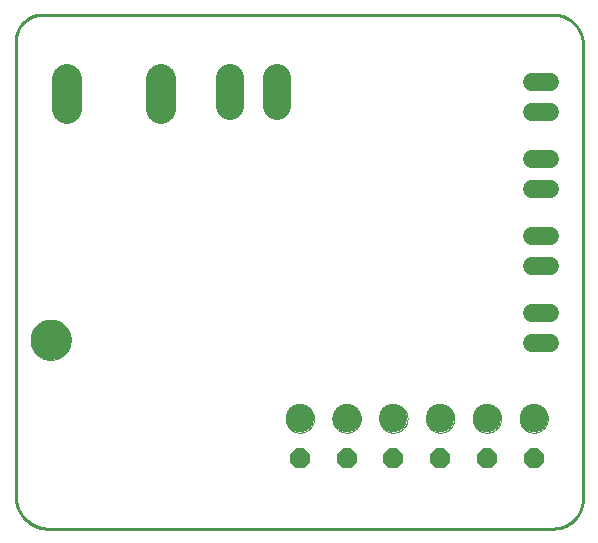
<source format=gbs>
G75*
%MOIN*%
%OFA0B0*%
%FSLAX25Y25*%
%IPPOS*%
%LPD*%
%AMOC8*
5,1,8,0,0,1.08239X$1,22.5*
%
%ADD10C,0.01000*%
%ADD11C,0.00000*%
%ADD12C,0.13386*%
%ADD13OC8,0.06600*%
%ADD14C,0.09449*%
%ADD15C,0.06000*%
%ADD16C,0.10000*%
%ADD17C,0.09449*%
D10*
X0023254Y0014828D02*
X0192545Y0014828D01*
X0192783Y0014831D01*
X0193021Y0014839D01*
X0193258Y0014854D01*
X0193495Y0014874D01*
X0193731Y0014900D01*
X0193967Y0014931D01*
X0194202Y0014968D01*
X0194436Y0015011D01*
X0194669Y0015060D01*
X0194901Y0015114D01*
X0195131Y0015174D01*
X0195360Y0015239D01*
X0195587Y0015310D01*
X0195812Y0015386D01*
X0196035Y0015468D01*
X0196257Y0015555D01*
X0196476Y0015647D01*
X0196693Y0015745D01*
X0196907Y0015847D01*
X0197119Y0015955D01*
X0197329Y0016069D01*
X0197535Y0016187D01*
X0197739Y0016310D01*
X0197939Y0016438D01*
X0198136Y0016570D01*
X0198331Y0016708D01*
X0198521Y0016850D01*
X0198709Y0016997D01*
X0198892Y0017148D01*
X0199072Y0017303D01*
X0199248Y0017463D01*
X0199420Y0017627D01*
X0199589Y0017796D01*
X0199753Y0017968D01*
X0199913Y0018144D01*
X0200068Y0018324D01*
X0200219Y0018507D01*
X0200366Y0018695D01*
X0200508Y0018885D01*
X0200646Y0019080D01*
X0200778Y0019277D01*
X0200906Y0019477D01*
X0201029Y0019681D01*
X0201147Y0019887D01*
X0201261Y0020097D01*
X0201369Y0020309D01*
X0201471Y0020523D01*
X0201569Y0020740D01*
X0201661Y0020959D01*
X0201748Y0021181D01*
X0201830Y0021404D01*
X0201906Y0021629D01*
X0201977Y0021856D01*
X0202042Y0022085D01*
X0202102Y0022315D01*
X0202156Y0022547D01*
X0202205Y0022780D01*
X0202248Y0023014D01*
X0202285Y0023249D01*
X0202316Y0023485D01*
X0202342Y0023721D01*
X0202362Y0023958D01*
X0202377Y0024195D01*
X0202385Y0024433D01*
X0202388Y0024671D01*
X0202387Y0024671D02*
X0202387Y0176246D01*
X0202388Y0176246D02*
X0202385Y0176484D01*
X0202377Y0176722D01*
X0202362Y0176959D01*
X0202342Y0177196D01*
X0202316Y0177432D01*
X0202285Y0177668D01*
X0202248Y0177903D01*
X0202205Y0178137D01*
X0202156Y0178370D01*
X0202102Y0178602D01*
X0202042Y0178832D01*
X0201977Y0179061D01*
X0201906Y0179288D01*
X0201830Y0179513D01*
X0201748Y0179736D01*
X0201661Y0179958D01*
X0201569Y0180177D01*
X0201471Y0180394D01*
X0201369Y0180608D01*
X0201261Y0180820D01*
X0201147Y0181030D01*
X0201029Y0181236D01*
X0200906Y0181440D01*
X0200778Y0181640D01*
X0200646Y0181837D01*
X0200508Y0182032D01*
X0200366Y0182222D01*
X0200219Y0182410D01*
X0200068Y0182593D01*
X0199913Y0182773D01*
X0199753Y0182949D01*
X0199589Y0183121D01*
X0199420Y0183290D01*
X0199248Y0183454D01*
X0199072Y0183614D01*
X0198892Y0183769D01*
X0198709Y0183920D01*
X0198521Y0184067D01*
X0198331Y0184209D01*
X0198136Y0184347D01*
X0197939Y0184479D01*
X0197739Y0184607D01*
X0197535Y0184730D01*
X0197329Y0184848D01*
X0197119Y0184962D01*
X0196907Y0185070D01*
X0196693Y0185172D01*
X0196476Y0185270D01*
X0196257Y0185362D01*
X0196035Y0185449D01*
X0195812Y0185531D01*
X0195587Y0185607D01*
X0195360Y0185678D01*
X0195131Y0185743D01*
X0194901Y0185803D01*
X0194669Y0185857D01*
X0194436Y0185906D01*
X0194202Y0185949D01*
X0193967Y0185986D01*
X0193731Y0186017D01*
X0193495Y0186043D01*
X0193258Y0186063D01*
X0193021Y0186078D01*
X0192783Y0186086D01*
X0192545Y0186089D01*
X0192545Y0186088D02*
X0023254Y0186088D01*
X0013411Y0178214D02*
X0013411Y0026639D01*
X0013412Y0026639D02*
X0013391Y0026373D01*
X0013376Y0026107D01*
X0013369Y0025840D01*
X0013367Y0025573D01*
X0013373Y0025307D01*
X0013384Y0025040D01*
X0013403Y0024774D01*
X0013428Y0024508D01*
X0013459Y0024243D01*
X0013497Y0023979D01*
X0013541Y0023716D01*
X0013592Y0023454D01*
X0013649Y0023194D01*
X0013713Y0022934D01*
X0013783Y0022677D01*
X0013859Y0022421D01*
X0013942Y0022167D01*
X0014030Y0021916D01*
X0014125Y0021666D01*
X0014226Y0021419D01*
X0014333Y0021175D01*
X0014446Y0020933D01*
X0014565Y0020694D01*
X0014689Y0020459D01*
X0014820Y0020226D01*
X0014956Y0019996D01*
X0015098Y0019770D01*
X0015245Y0019548D01*
X0015397Y0019329D01*
X0015555Y0019114D01*
X0015718Y0018903D01*
X0015887Y0018696D01*
X0016060Y0018493D01*
X0016238Y0018294D01*
X0016421Y0018100D01*
X0016609Y0017910D01*
X0016801Y0017726D01*
X0016998Y0017545D01*
X0017199Y0017370D01*
X0017405Y0017200D01*
X0017614Y0017035D01*
X0017828Y0016875D01*
X0018045Y0016720D01*
X0018266Y0016571D01*
X0018491Y0016427D01*
X0018719Y0016289D01*
X0018951Y0016156D01*
X0019186Y0016029D01*
X0019423Y0015908D01*
X0019664Y0015793D01*
X0019907Y0015684D01*
X0020153Y0015581D01*
X0020402Y0015483D01*
X0020653Y0015392D01*
X0020906Y0015307D01*
X0021161Y0015229D01*
X0021417Y0015156D01*
X0021676Y0015090D01*
X0021936Y0015031D01*
X0022197Y0014977D01*
X0022460Y0014930D01*
X0022724Y0014890D01*
X0022988Y0014856D01*
X0023254Y0014829D01*
X0013411Y0178214D02*
X0013437Y0178428D01*
X0013468Y0178641D01*
X0013505Y0178853D01*
X0013547Y0179065D01*
X0013594Y0179275D01*
X0013646Y0179484D01*
X0013703Y0179692D01*
X0013765Y0179898D01*
X0013832Y0180103D01*
X0013903Y0180306D01*
X0013980Y0180507D01*
X0014062Y0180706D01*
X0014148Y0180904D01*
X0014239Y0181099D01*
X0014335Y0181292D01*
X0014436Y0181482D01*
X0014541Y0181670D01*
X0014650Y0181856D01*
X0014764Y0182038D01*
X0014883Y0182218D01*
X0015005Y0182395D01*
X0015132Y0182569D01*
X0015263Y0182740D01*
X0015399Y0182908D01*
X0015538Y0183072D01*
X0015681Y0183233D01*
X0015828Y0183391D01*
X0015979Y0183544D01*
X0016133Y0183695D01*
X0016291Y0183841D01*
X0016453Y0183984D01*
X0016617Y0184122D01*
X0016786Y0184257D01*
X0016957Y0184387D01*
X0017131Y0184513D01*
X0017309Y0184635D01*
X0017489Y0184753D01*
X0017673Y0184866D01*
X0017858Y0184975D01*
X0018047Y0185080D01*
X0018238Y0185179D01*
X0018431Y0185274D01*
X0018627Y0185365D01*
X0018824Y0185450D01*
X0019024Y0185531D01*
X0019225Y0185607D01*
X0019429Y0185678D01*
X0019634Y0185744D01*
X0019840Y0185806D01*
X0020048Y0185862D01*
X0020257Y0185913D01*
X0020468Y0185959D01*
X0020679Y0186000D01*
X0020892Y0186036D01*
X0021105Y0186067D01*
X0021319Y0186092D01*
X0021533Y0186113D01*
X0021748Y0186128D01*
X0021963Y0186138D01*
X0022178Y0186143D01*
X0022394Y0186142D01*
X0022609Y0186137D01*
X0022824Y0186126D01*
X0023039Y0186110D01*
X0023253Y0186088D01*
D11*
X0018293Y0077761D02*
X0018295Y0077925D01*
X0018301Y0078089D01*
X0018311Y0078253D01*
X0018325Y0078417D01*
X0018343Y0078580D01*
X0018365Y0078743D01*
X0018392Y0078905D01*
X0018422Y0079067D01*
X0018456Y0079227D01*
X0018494Y0079387D01*
X0018535Y0079546D01*
X0018581Y0079704D01*
X0018631Y0079860D01*
X0018684Y0080016D01*
X0018741Y0080170D01*
X0018802Y0080322D01*
X0018867Y0080473D01*
X0018936Y0080623D01*
X0019008Y0080770D01*
X0019083Y0080916D01*
X0019163Y0081060D01*
X0019245Y0081202D01*
X0019331Y0081342D01*
X0019421Y0081479D01*
X0019514Y0081615D01*
X0019610Y0081748D01*
X0019710Y0081879D01*
X0019812Y0082007D01*
X0019918Y0082133D01*
X0020027Y0082256D01*
X0020139Y0082376D01*
X0020253Y0082494D01*
X0020371Y0082608D01*
X0020491Y0082720D01*
X0020614Y0082829D01*
X0020740Y0082935D01*
X0020868Y0083037D01*
X0020999Y0083137D01*
X0021132Y0083233D01*
X0021268Y0083326D01*
X0021405Y0083416D01*
X0021545Y0083502D01*
X0021687Y0083584D01*
X0021831Y0083664D01*
X0021977Y0083739D01*
X0022124Y0083811D01*
X0022274Y0083880D01*
X0022425Y0083945D01*
X0022577Y0084006D01*
X0022731Y0084063D01*
X0022887Y0084116D01*
X0023043Y0084166D01*
X0023201Y0084212D01*
X0023360Y0084253D01*
X0023520Y0084291D01*
X0023680Y0084325D01*
X0023842Y0084355D01*
X0024004Y0084382D01*
X0024167Y0084404D01*
X0024330Y0084422D01*
X0024494Y0084436D01*
X0024658Y0084446D01*
X0024822Y0084452D01*
X0024986Y0084454D01*
X0025150Y0084452D01*
X0025314Y0084446D01*
X0025478Y0084436D01*
X0025642Y0084422D01*
X0025805Y0084404D01*
X0025968Y0084382D01*
X0026130Y0084355D01*
X0026292Y0084325D01*
X0026452Y0084291D01*
X0026612Y0084253D01*
X0026771Y0084212D01*
X0026929Y0084166D01*
X0027085Y0084116D01*
X0027241Y0084063D01*
X0027395Y0084006D01*
X0027547Y0083945D01*
X0027698Y0083880D01*
X0027848Y0083811D01*
X0027995Y0083739D01*
X0028141Y0083664D01*
X0028285Y0083584D01*
X0028427Y0083502D01*
X0028567Y0083416D01*
X0028704Y0083326D01*
X0028840Y0083233D01*
X0028973Y0083137D01*
X0029104Y0083037D01*
X0029232Y0082935D01*
X0029358Y0082829D01*
X0029481Y0082720D01*
X0029601Y0082608D01*
X0029719Y0082494D01*
X0029833Y0082376D01*
X0029945Y0082256D01*
X0030054Y0082133D01*
X0030160Y0082007D01*
X0030262Y0081879D01*
X0030362Y0081748D01*
X0030458Y0081615D01*
X0030551Y0081479D01*
X0030641Y0081342D01*
X0030727Y0081202D01*
X0030809Y0081060D01*
X0030889Y0080916D01*
X0030964Y0080770D01*
X0031036Y0080623D01*
X0031105Y0080473D01*
X0031170Y0080322D01*
X0031231Y0080170D01*
X0031288Y0080016D01*
X0031341Y0079860D01*
X0031391Y0079704D01*
X0031437Y0079546D01*
X0031478Y0079387D01*
X0031516Y0079227D01*
X0031550Y0079067D01*
X0031580Y0078905D01*
X0031607Y0078743D01*
X0031629Y0078580D01*
X0031647Y0078417D01*
X0031661Y0078253D01*
X0031671Y0078089D01*
X0031677Y0077925D01*
X0031679Y0077761D01*
X0031677Y0077597D01*
X0031671Y0077433D01*
X0031661Y0077269D01*
X0031647Y0077105D01*
X0031629Y0076942D01*
X0031607Y0076779D01*
X0031580Y0076617D01*
X0031550Y0076455D01*
X0031516Y0076295D01*
X0031478Y0076135D01*
X0031437Y0075976D01*
X0031391Y0075818D01*
X0031341Y0075662D01*
X0031288Y0075506D01*
X0031231Y0075352D01*
X0031170Y0075200D01*
X0031105Y0075049D01*
X0031036Y0074899D01*
X0030964Y0074752D01*
X0030889Y0074606D01*
X0030809Y0074462D01*
X0030727Y0074320D01*
X0030641Y0074180D01*
X0030551Y0074043D01*
X0030458Y0073907D01*
X0030362Y0073774D01*
X0030262Y0073643D01*
X0030160Y0073515D01*
X0030054Y0073389D01*
X0029945Y0073266D01*
X0029833Y0073146D01*
X0029719Y0073028D01*
X0029601Y0072914D01*
X0029481Y0072802D01*
X0029358Y0072693D01*
X0029232Y0072587D01*
X0029104Y0072485D01*
X0028973Y0072385D01*
X0028840Y0072289D01*
X0028704Y0072196D01*
X0028567Y0072106D01*
X0028427Y0072020D01*
X0028285Y0071938D01*
X0028141Y0071858D01*
X0027995Y0071783D01*
X0027848Y0071711D01*
X0027698Y0071642D01*
X0027547Y0071577D01*
X0027395Y0071516D01*
X0027241Y0071459D01*
X0027085Y0071406D01*
X0026929Y0071356D01*
X0026771Y0071310D01*
X0026612Y0071269D01*
X0026452Y0071231D01*
X0026292Y0071197D01*
X0026130Y0071167D01*
X0025968Y0071140D01*
X0025805Y0071118D01*
X0025642Y0071100D01*
X0025478Y0071086D01*
X0025314Y0071076D01*
X0025150Y0071070D01*
X0024986Y0071068D01*
X0024822Y0071070D01*
X0024658Y0071076D01*
X0024494Y0071086D01*
X0024330Y0071100D01*
X0024167Y0071118D01*
X0024004Y0071140D01*
X0023842Y0071167D01*
X0023680Y0071197D01*
X0023520Y0071231D01*
X0023360Y0071269D01*
X0023201Y0071310D01*
X0023043Y0071356D01*
X0022887Y0071406D01*
X0022731Y0071459D01*
X0022577Y0071516D01*
X0022425Y0071577D01*
X0022274Y0071642D01*
X0022124Y0071711D01*
X0021977Y0071783D01*
X0021831Y0071858D01*
X0021687Y0071938D01*
X0021545Y0072020D01*
X0021405Y0072106D01*
X0021268Y0072196D01*
X0021132Y0072289D01*
X0020999Y0072385D01*
X0020868Y0072485D01*
X0020740Y0072587D01*
X0020614Y0072693D01*
X0020491Y0072802D01*
X0020371Y0072914D01*
X0020253Y0073028D01*
X0020139Y0073146D01*
X0020027Y0073266D01*
X0019918Y0073389D01*
X0019812Y0073515D01*
X0019710Y0073643D01*
X0019610Y0073774D01*
X0019514Y0073907D01*
X0019421Y0074043D01*
X0019331Y0074180D01*
X0019245Y0074320D01*
X0019163Y0074462D01*
X0019083Y0074606D01*
X0019008Y0074752D01*
X0018936Y0074899D01*
X0018867Y0075049D01*
X0018802Y0075200D01*
X0018741Y0075352D01*
X0018684Y0075506D01*
X0018631Y0075662D01*
X0018581Y0075818D01*
X0018535Y0075976D01*
X0018494Y0076135D01*
X0018456Y0076295D01*
X0018422Y0076455D01*
X0018392Y0076617D01*
X0018365Y0076779D01*
X0018343Y0076942D01*
X0018325Y0077105D01*
X0018311Y0077269D01*
X0018301Y0077433D01*
X0018295Y0077597D01*
X0018293Y0077761D01*
X0103333Y0051521D02*
X0103335Y0051658D01*
X0103341Y0051796D01*
X0103351Y0051933D01*
X0103365Y0052069D01*
X0103383Y0052206D01*
X0103405Y0052341D01*
X0103431Y0052476D01*
X0103460Y0052610D01*
X0103494Y0052744D01*
X0103531Y0052876D01*
X0103573Y0053007D01*
X0103618Y0053137D01*
X0103667Y0053265D01*
X0103719Y0053392D01*
X0103776Y0053517D01*
X0103835Y0053641D01*
X0103899Y0053763D01*
X0103966Y0053883D01*
X0104036Y0054001D01*
X0104110Y0054117D01*
X0104187Y0054231D01*
X0104268Y0054342D01*
X0104351Y0054451D01*
X0104438Y0054558D01*
X0104528Y0054661D01*
X0104621Y0054763D01*
X0104717Y0054861D01*
X0104815Y0054957D01*
X0104917Y0055050D01*
X0105020Y0055140D01*
X0105127Y0055227D01*
X0105236Y0055310D01*
X0105347Y0055391D01*
X0105461Y0055468D01*
X0105577Y0055542D01*
X0105695Y0055612D01*
X0105815Y0055679D01*
X0105937Y0055743D01*
X0106061Y0055802D01*
X0106186Y0055859D01*
X0106313Y0055911D01*
X0106441Y0055960D01*
X0106571Y0056005D01*
X0106702Y0056047D01*
X0106834Y0056084D01*
X0106968Y0056118D01*
X0107102Y0056147D01*
X0107237Y0056173D01*
X0107372Y0056195D01*
X0107509Y0056213D01*
X0107645Y0056227D01*
X0107782Y0056237D01*
X0107920Y0056243D01*
X0108057Y0056245D01*
X0108194Y0056243D01*
X0108332Y0056237D01*
X0108469Y0056227D01*
X0108605Y0056213D01*
X0108742Y0056195D01*
X0108877Y0056173D01*
X0109012Y0056147D01*
X0109146Y0056118D01*
X0109280Y0056084D01*
X0109412Y0056047D01*
X0109543Y0056005D01*
X0109673Y0055960D01*
X0109801Y0055911D01*
X0109928Y0055859D01*
X0110053Y0055802D01*
X0110177Y0055743D01*
X0110299Y0055679D01*
X0110419Y0055612D01*
X0110537Y0055542D01*
X0110653Y0055468D01*
X0110767Y0055391D01*
X0110878Y0055310D01*
X0110987Y0055227D01*
X0111094Y0055140D01*
X0111197Y0055050D01*
X0111299Y0054957D01*
X0111397Y0054861D01*
X0111493Y0054763D01*
X0111586Y0054661D01*
X0111676Y0054558D01*
X0111763Y0054451D01*
X0111846Y0054342D01*
X0111927Y0054231D01*
X0112004Y0054117D01*
X0112078Y0054001D01*
X0112148Y0053883D01*
X0112215Y0053763D01*
X0112279Y0053641D01*
X0112338Y0053517D01*
X0112395Y0053392D01*
X0112447Y0053265D01*
X0112496Y0053137D01*
X0112541Y0053007D01*
X0112583Y0052876D01*
X0112620Y0052744D01*
X0112654Y0052610D01*
X0112683Y0052476D01*
X0112709Y0052341D01*
X0112731Y0052206D01*
X0112749Y0052069D01*
X0112763Y0051933D01*
X0112773Y0051796D01*
X0112779Y0051658D01*
X0112781Y0051521D01*
X0112779Y0051384D01*
X0112773Y0051246D01*
X0112763Y0051109D01*
X0112749Y0050973D01*
X0112731Y0050836D01*
X0112709Y0050701D01*
X0112683Y0050566D01*
X0112654Y0050432D01*
X0112620Y0050298D01*
X0112583Y0050166D01*
X0112541Y0050035D01*
X0112496Y0049905D01*
X0112447Y0049777D01*
X0112395Y0049650D01*
X0112338Y0049525D01*
X0112279Y0049401D01*
X0112215Y0049279D01*
X0112148Y0049159D01*
X0112078Y0049041D01*
X0112004Y0048925D01*
X0111927Y0048811D01*
X0111846Y0048700D01*
X0111763Y0048591D01*
X0111676Y0048484D01*
X0111586Y0048381D01*
X0111493Y0048279D01*
X0111397Y0048181D01*
X0111299Y0048085D01*
X0111197Y0047992D01*
X0111094Y0047902D01*
X0110987Y0047815D01*
X0110878Y0047732D01*
X0110767Y0047651D01*
X0110653Y0047574D01*
X0110537Y0047500D01*
X0110419Y0047430D01*
X0110299Y0047363D01*
X0110177Y0047299D01*
X0110053Y0047240D01*
X0109928Y0047183D01*
X0109801Y0047131D01*
X0109673Y0047082D01*
X0109543Y0047037D01*
X0109412Y0046995D01*
X0109280Y0046958D01*
X0109146Y0046924D01*
X0109012Y0046895D01*
X0108877Y0046869D01*
X0108742Y0046847D01*
X0108605Y0046829D01*
X0108469Y0046815D01*
X0108332Y0046805D01*
X0108194Y0046799D01*
X0108057Y0046797D01*
X0107920Y0046799D01*
X0107782Y0046805D01*
X0107645Y0046815D01*
X0107509Y0046829D01*
X0107372Y0046847D01*
X0107237Y0046869D01*
X0107102Y0046895D01*
X0106968Y0046924D01*
X0106834Y0046958D01*
X0106702Y0046995D01*
X0106571Y0047037D01*
X0106441Y0047082D01*
X0106313Y0047131D01*
X0106186Y0047183D01*
X0106061Y0047240D01*
X0105937Y0047299D01*
X0105815Y0047363D01*
X0105695Y0047430D01*
X0105577Y0047500D01*
X0105461Y0047574D01*
X0105347Y0047651D01*
X0105236Y0047732D01*
X0105127Y0047815D01*
X0105020Y0047902D01*
X0104917Y0047992D01*
X0104815Y0048085D01*
X0104717Y0048181D01*
X0104621Y0048279D01*
X0104528Y0048381D01*
X0104438Y0048484D01*
X0104351Y0048591D01*
X0104268Y0048700D01*
X0104187Y0048811D01*
X0104110Y0048925D01*
X0104036Y0049041D01*
X0103966Y0049159D01*
X0103899Y0049279D01*
X0103835Y0049401D01*
X0103776Y0049525D01*
X0103719Y0049650D01*
X0103667Y0049777D01*
X0103618Y0049905D01*
X0103573Y0050035D01*
X0103531Y0050166D01*
X0103494Y0050298D01*
X0103460Y0050432D01*
X0103431Y0050566D01*
X0103405Y0050701D01*
X0103383Y0050836D01*
X0103365Y0050973D01*
X0103351Y0051109D01*
X0103341Y0051246D01*
X0103335Y0051384D01*
X0103333Y0051521D01*
X0118923Y0051521D02*
X0118925Y0051658D01*
X0118931Y0051796D01*
X0118941Y0051933D01*
X0118955Y0052069D01*
X0118973Y0052206D01*
X0118995Y0052341D01*
X0119021Y0052476D01*
X0119050Y0052610D01*
X0119084Y0052744D01*
X0119121Y0052876D01*
X0119163Y0053007D01*
X0119208Y0053137D01*
X0119257Y0053265D01*
X0119309Y0053392D01*
X0119366Y0053517D01*
X0119425Y0053641D01*
X0119489Y0053763D01*
X0119556Y0053883D01*
X0119626Y0054001D01*
X0119700Y0054117D01*
X0119777Y0054231D01*
X0119858Y0054342D01*
X0119941Y0054451D01*
X0120028Y0054558D01*
X0120118Y0054661D01*
X0120211Y0054763D01*
X0120307Y0054861D01*
X0120405Y0054957D01*
X0120507Y0055050D01*
X0120610Y0055140D01*
X0120717Y0055227D01*
X0120826Y0055310D01*
X0120937Y0055391D01*
X0121051Y0055468D01*
X0121167Y0055542D01*
X0121285Y0055612D01*
X0121405Y0055679D01*
X0121527Y0055743D01*
X0121651Y0055802D01*
X0121776Y0055859D01*
X0121903Y0055911D01*
X0122031Y0055960D01*
X0122161Y0056005D01*
X0122292Y0056047D01*
X0122424Y0056084D01*
X0122558Y0056118D01*
X0122692Y0056147D01*
X0122827Y0056173D01*
X0122962Y0056195D01*
X0123099Y0056213D01*
X0123235Y0056227D01*
X0123372Y0056237D01*
X0123510Y0056243D01*
X0123647Y0056245D01*
X0123784Y0056243D01*
X0123922Y0056237D01*
X0124059Y0056227D01*
X0124195Y0056213D01*
X0124332Y0056195D01*
X0124467Y0056173D01*
X0124602Y0056147D01*
X0124736Y0056118D01*
X0124870Y0056084D01*
X0125002Y0056047D01*
X0125133Y0056005D01*
X0125263Y0055960D01*
X0125391Y0055911D01*
X0125518Y0055859D01*
X0125643Y0055802D01*
X0125767Y0055743D01*
X0125889Y0055679D01*
X0126009Y0055612D01*
X0126127Y0055542D01*
X0126243Y0055468D01*
X0126357Y0055391D01*
X0126468Y0055310D01*
X0126577Y0055227D01*
X0126684Y0055140D01*
X0126787Y0055050D01*
X0126889Y0054957D01*
X0126987Y0054861D01*
X0127083Y0054763D01*
X0127176Y0054661D01*
X0127266Y0054558D01*
X0127353Y0054451D01*
X0127436Y0054342D01*
X0127517Y0054231D01*
X0127594Y0054117D01*
X0127668Y0054001D01*
X0127738Y0053883D01*
X0127805Y0053763D01*
X0127869Y0053641D01*
X0127928Y0053517D01*
X0127985Y0053392D01*
X0128037Y0053265D01*
X0128086Y0053137D01*
X0128131Y0053007D01*
X0128173Y0052876D01*
X0128210Y0052744D01*
X0128244Y0052610D01*
X0128273Y0052476D01*
X0128299Y0052341D01*
X0128321Y0052206D01*
X0128339Y0052069D01*
X0128353Y0051933D01*
X0128363Y0051796D01*
X0128369Y0051658D01*
X0128371Y0051521D01*
X0128369Y0051384D01*
X0128363Y0051246D01*
X0128353Y0051109D01*
X0128339Y0050973D01*
X0128321Y0050836D01*
X0128299Y0050701D01*
X0128273Y0050566D01*
X0128244Y0050432D01*
X0128210Y0050298D01*
X0128173Y0050166D01*
X0128131Y0050035D01*
X0128086Y0049905D01*
X0128037Y0049777D01*
X0127985Y0049650D01*
X0127928Y0049525D01*
X0127869Y0049401D01*
X0127805Y0049279D01*
X0127738Y0049159D01*
X0127668Y0049041D01*
X0127594Y0048925D01*
X0127517Y0048811D01*
X0127436Y0048700D01*
X0127353Y0048591D01*
X0127266Y0048484D01*
X0127176Y0048381D01*
X0127083Y0048279D01*
X0126987Y0048181D01*
X0126889Y0048085D01*
X0126787Y0047992D01*
X0126684Y0047902D01*
X0126577Y0047815D01*
X0126468Y0047732D01*
X0126357Y0047651D01*
X0126243Y0047574D01*
X0126127Y0047500D01*
X0126009Y0047430D01*
X0125889Y0047363D01*
X0125767Y0047299D01*
X0125643Y0047240D01*
X0125518Y0047183D01*
X0125391Y0047131D01*
X0125263Y0047082D01*
X0125133Y0047037D01*
X0125002Y0046995D01*
X0124870Y0046958D01*
X0124736Y0046924D01*
X0124602Y0046895D01*
X0124467Y0046869D01*
X0124332Y0046847D01*
X0124195Y0046829D01*
X0124059Y0046815D01*
X0123922Y0046805D01*
X0123784Y0046799D01*
X0123647Y0046797D01*
X0123510Y0046799D01*
X0123372Y0046805D01*
X0123235Y0046815D01*
X0123099Y0046829D01*
X0122962Y0046847D01*
X0122827Y0046869D01*
X0122692Y0046895D01*
X0122558Y0046924D01*
X0122424Y0046958D01*
X0122292Y0046995D01*
X0122161Y0047037D01*
X0122031Y0047082D01*
X0121903Y0047131D01*
X0121776Y0047183D01*
X0121651Y0047240D01*
X0121527Y0047299D01*
X0121405Y0047363D01*
X0121285Y0047430D01*
X0121167Y0047500D01*
X0121051Y0047574D01*
X0120937Y0047651D01*
X0120826Y0047732D01*
X0120717Y0047815D01*
X0120610Y0047902D01*
X0120507Y0047992D01*
X0120405Y0048085D01*
X0120307Y0048181D01*
X0120211Y0048279D01*
X0120118Y0048381D01*
X0120028Y0048484D01*
X0119941Y0048591D01*
X0119858Y0048700D01*
X0119777Y0048811D01*
X0119700Y0048925D01*
X0119626Y0049041D01*
X0119556Y0049159D01*
X0119489Y0049279D01*
X0119425Y0049401D01*
X0119366Y0049525D01*
X0119309Y0049650D01*
X0119257Y0049777D01*
X0119208Y0049905D01*
X0119163Y0050035D01*
X0119121Y0050166D01*
X0119084Y0050298D01*
X0119050Y0050432D01*
X0119021Y0050566D01*
X0118995Y0050701D01*
X0118973Y0050836D01*
X0118955Y0050973D01*
X0118941Y0051109D01*
X0118931Y0051246D01*
X0118925Y0051384D01*
X0118923Y0051521D01*
X0134514Y0051521D02*
X0134516Y0051658D01*
X0134522Y0051796D01*
X0134532Y0051933D01*
X0134546Y0052069D01*
X0134564Y0052206D01*
X0134586Y0052341D01*
X0134612Y0052476D01*
X0134641Y0052610D01*
X0134675Y0052744D01*
X0134712Y0052876D01*
X0134754Y0053007D01*
X0134799Y0053137D01*
X0134848Y0053265D01*
X0134900Y0053392D01*
X0134957Y0053517D01*
X0135016Y0053641D01*
X0135080Y0053763D01*
X0135147Y0053883D01*
X0135217Y0054001D01*
X0135291Y0054117D01*
X0135368Y0054231D01*
X0135449Y0054342D01*
X0135532Y0054451D01*
X0135619Y0054558D01*
X0135709Y0054661D01*
X0135802Y0054763D01*
X0135898Y0054861D01*
X0135996Y0054957D01*
X0136098Y0055050D01*
X0136201Y0055140D01*
X0136308Y0055227D01*
X0136417Y0055310D01*
X0136528Y0055391D01*
X0136642Y0055468D01*
X0136758Y0055542D01*
X0136876Y0055612D01*
X0136996Y0055679D01*
X0137118Y0055743D01*
X0137242Y0055802D01*
X0137367Y0055859D01*
X0137494Y0055911D01*
X0137622Y0055960D01*
X0137752Y0056005D01*
X0137883Y0056047D01*
X0138015Y0056084D01*
X0138149Y0056118D01*
X0138283Y0056147D01*
X0138418Y0056173D01*
X0138553Y0056195D01*
X0138690Y0056213D01*
X0138826Y0056227D01*
X0138963Y0056237D01*
X0139101Y0056243D01*
X0139238Y0056245D01*
X0139375Y0056243D01*
X0139513Y0056237D01*
X0139650Y0056227D01*
X0139786Y0056213D01*
X0139923Y0056195D01*
X0140058Y0056173D01*
X0140193Y0056147D01*
X0140327Y0056118D01*
X0140461Y0056084D01*
X0140593Y0056047D01*
X0140724Y0056005D01*
X0140854Y0055960D01*
X0140982Y0055911D01*
X0141109Y0055859D01*
X0141234Y0055802D01*
X0141358Y0055743D01*
X0141480Y0055679D01*
X0141600Y0055612D01*
X0141718Y0055542D01*
X0141834Y0055468D01*
X0141948Y0055391D01*
X0142059Y0055310D01*
X0142168Y0055227D01*
X0142275Y0055140D01*
X0142378Y0055050D01*
X0142480Y0054957D01*
X0142578Y0054861D01*
X0142674Y0054763D01*
X0142767Y0054661D01*
X0142857Y0054558D01*
X0142944Y0054451D01*
X0143027Y0054342D01*
X0143108Y0054231D01*
X0143185Y0054117D01*
X0143259Y0054001D01*
X0143329Y0053883D01*
X0143396Y0053763D01*
X0143460Y0053641D01*
X0143519Y0053517D01*
X0143576Y0053392D01*
X0143628Y0053265D01*
X0143677Y0053137D01*
X0143722Y0053007D01*
X0143764Y0052876D01*
X0143801Y0052744D01*
X0143835Y0052610D01*
X0143864Y0052476D01*
X0143890Y0052341D01*
X0143912Y0052206D01*
X0143930Y0052069D01*
X0143944Y0051933D01*
X0143954Y0051796D01*
X0143960Y0051658D01*
X0143962Y0051521D01*
X0143960Y0051384D01*
X0143954Y0051246D01*
X0143944Y0051109D01*
X0143930Y0050973D01*
X0143912Y0050836D01*
X0143890Y0050701D01*
X0143864Y0050566D01*
X0143835Y0050432D01*
X0143801Y0050298D01*
X0143764Y0050166D01*
X0143722Y0050035D01*
X0143677Y0049905D01*
X0143628Y0049777D01*
X0143576Y0049650D01*
X0143519Y0049525D01*
X0143460Y0049401D01*
X0143396Y0049279D01*
X0143329Y0049159D01*
X0143259Y0049041D01*
X0143185Y0048925D01*
X0143108Y0048811D01*
X0143027Y0048700D01*
X0142944Y0048591D01*
X0142857Y0048484D01*
X0142767Y0048381D01*
X0142674Y0048279D01*
X0142578Y0048181D01*
X0142480Y0048085D01*
X0142378Y0047992D01*
X0142275Y0047902D01*
X0142168Y0047815D01*
X0142059Y0047732D01*
X0141948Y0047651D01*
X0141834Y0047574D01*
X0141718Y0047500D01*
X0141600Y0047430D01*
X0141480Y0047363D01*
X0141358Y0047299D01*
X0141234Y0047240D01*
X0141109Y0047183D01*
X0140982Y0047131D01*
X0140854Y0047082D01*
X0140724Y0047037D01*
X0140593Y0046995D01*
X0140461Y0046958D01*
X0140327Y0046924D01*
X0140193Y0046895D01*
X0140058Y0046869D01*
X0139923Y0046847D01*
X0139786Y0046829D01*
X0139650Y0046815D01*
X0139513Y0046805D01*
X0139375Y0046799D01*
X0139238Y0046797D01*
X0139101Y0046799D01*
X0138963Y0046805D01*
X0138826Y0046815D01*
X0138690Y0046829D01*
X0138553Y0046847D01*
X0138418Y0046869D01*
X0138283Y0046895D01*
X0138149Y0046924D01*
X0138015Y0046958D01*
X0137883Y0046995D01*
X0137752Y0047037D01*
X0137622Y0047082D01*
X0137494Y0047131D01*
X0137367Y0047183D01*
X0137242Y0047240D01*
X0137118Y0047299D01*
X0136996Y0047363D01*
X0136876Y0047430D01*
X0136758Y0047500D01*
X0136642Y0047574D01*
X0136528Y0047651D01*
X0136417Y0047732D01*
X0136308Y0047815D01*
X0136201Y0047902D01*
X0136098Y0047992D01*
X0135996Y0048085D01*
X0135898Y0048181D01*
X0135802Y0048279D01*
X0135709Y0048381D01*
X0135619Y0048484D01*
X0135532Y0048591D01*
X0135449Y0048700D01*
X0135368Y0048811D01*
X0135291Y0048925D01*
X0135217Y0049041D01*
X0135147Y0049159D01*
X0135080Y0049279D01*
X0135016Y0049401D01*
X0134957Y0049525D01*
X0134900Y0049650D01*
X0134848Y0049777D01*
X0134799Y0049905D01*
X0134754Y0050035D01*
X0134712Y0050166D01*
X0134675Y0050298D01*
X0134641Y0050432D01*
X0134612Y0050566D01*
X0134586Y0050701D01*
X0134564Y0050836D01*
X0134546Y0050973D01*
X0134532Y0051109D01*
X0134522Y0051246D01*
X0134516Y0051384D01*
X0134514Y0051521D01*
X0150104Y0051521D02*
X0150106Y0051658D01*
X0150112Y0051796D01*
X0150122Y0051933D01*
X0150136Y0052069D01*
X0150154Y0052206D01*
X0150176Y0052341D01*
X0150202Y0052476D01*
X0150231Y0052610D01*
X0150265Y0052744D01*
X0150302Y0052876D01*
X0150344Y0053007D01*
X0150389Y0053137D01*
X0150438Y0053265D01*
X0150490Y0053392D01*
X0150547Y0053517D01*
X0150606Y0053641D01*
X0150670Y0053763D01*
X0150737Y0053883D01*
X0150807Y0054001D01*
X0150881Y0054117D01*
X0150958Y0054231D01*
X0151039Y0054342D01*
X0151122Y0054451D01*
X0151209Y0054558D01*
X0151299Y0054661D01*
X0151392Y0054763D01*
X0151488Y0054861D01*
X0151586Y0054957D01*
X0151688Y0055050D01*
X0151791Y0055140D01*
X0151898Y0055227D01*
X0152007Y0055310D01*
X0152118Y0055391D01*
X0152232Y0055468D01*
X0152348Y0055542D01*
X0152466Y0055612D01*
X0152586Y0055679D01*
X0152708Y0055743D01*
X0152832Y0055802D01*
X0152957Y0055859D01*
X0153084Y0055911D01*
X0153212Y0055960D01*
X0153342Y0056005D01*
X0153473Y0056047D01*
X0153605Y0056084D01*
X0153739Y0056118D01*
X0153873Y0056147D01*
X0154008Y0056173D01*
X0154143Y0056195D01*
X0154280Y0056213D01*
X0154416Y0056227D01*
X0154553Y0056237D01*
X0154691Y0056243D01*
X0154828Y0056245D01*
X0154965Y0056243D01*
X0155103Y0056237D01*
X0155240Y0056227D01*
X0155376Y0056213D01*
X0155513Y0056195D01*
X0155648Y0056173D01*
X0155783Y0056147D01*
X0155917Y0056118D01*
X0156051Y0056084D01*
X0156183Y0056047D01*
X0156314Y0056005D01*
X0156444Y0055960D01*
X0156572Y0055911D01*
X0156699Y0055859D01*
X0156824Y0055802D01*
X0156948Y0055743D01*
X0157070Y0055679D01*
X0157190Y0055612D01*
X0157308Y0055542D01*
X0157424Y0055468D01*
X0157538Y0055391D01*
X0157649Y0055310D01*
X0157758Y0055227D01*
X0157865Y0055140D01*
X0157968Y0055050D01*
X0158070Y0054957D01*
X0158168Y0054861D01*
X0158264Y0054763D01*
X0158357Y0054661D01*
X0158447Y0054558D01*
X0158534Y0054451D01*
X0158617Y0054342D01*
X0158698Y0054231D01*
X0158775Y0054117D01*
X0158849Y0054001D01*
X0158919Y0053883D01*
X0158986Y0053763D01*
X0159050Y0053641D01*
X0159109Y0053517D01*
X0159166Y0053392D01*
X0159218Y0053265D01*
X0159267Y0053137D01*
X0159312Y0053007D01*
X0159354Y0052876D01*
X0159391Y0052744D01*
X0159425Y0052610D01*
X0159454Y0052476D01*
X0159480Y0052341D01*
X0159502Y0052206D01*
X0159520Y0052069D01*
X0159534Y0051933D01*
X0159544Y0051796D01*
X0159550Y0051658D01*
X0159552Y0051521D01*
X0159550Y0051384D01*
X0159544Y0051246D01*
X0159534Y0051109D01*
X0159520Y0050973D01*
X0159502Y0050836D01*
X0159480Y0050701D01*
X0159454Y0050566D01*
X0159425Y0050432D01*
X0159391Y0050298D01*
X0159354Y0050166D01*
X0159312Y0050035D01*
X0159267Y0049905D01*
X0159218Y0049777D01*
X0159166Y0049650D01*
X0159109Y0049525D01*
X0159050Y0049401D01*
X0158986Y0049279D01*
X0158919Y0049159D01*
X0158849Y0049041D01*
X0158775Y0048925D01*
X0158698Y0048811D01*
X0158617Y0048700D01*
X0158534Y0048591D01*
X0158447Y0048484D01*
X0158357Y0048381D01*
X0158264Y0048279D01*
X0158168Y0048181D01*
X0158070Y0048085D01*
X0157968Y0047992D01*
X0157865Y0047902D01*
X0157758Y0047815D01*
X0157649Y0047732D01*
X0157538Y0047651D01*
X0157424Y0047574D01*
X0157308Y0047500D01*
X0157190Y0047430D01*
X0157070Y0047363D01*
X0156948Y0047299D01*
X0156824Y0047240D01*
X0156699Y0047183D01*
X0156572Y0047131D01*
X0156444Y0047082D01*
X0156314Y0047037D01*
X0156183Y0046995D01*
X0156051Y0046958D01*
X0155917Y0046924D01*
X0155783Y0046895D01*
X0155648Y0046869D01*
X0155513Y0046847D01*
X0155376Y0046829D01*
X0155240Y0046815D01*
X0155103Y0046805D01*
X0154965Y0046799D01*
X0154828Y0046797D01*
X0154691Y0046799D01*
X0154553Y0046805D01*
X0154416Y0046815D01*
X0154280Y0046829D01*
X0154143Y0046847D01*
X0154008Y0046869D01*
X0153873Y0046895D01*
X0153739Y0046924D01*
X0153605Y0046958D01*
X0153473Y0046995D01*
X0153342Y0047037D01*
X0153212Y0047082D01*
X0153084Y0047131D01*
X0152957Y0047183D01*
X0152832Y0047240D01*
X0152708Y0047299D01*
X0152586Y0047363D01*
X0152466Y0047430D01*
X0152348Y0047500D01*
X0152232Y0047574D01*
X0152118Y0047651D01*
X0152007Y0047732D01*
X0151898Y0047815D01*
X0151791Y0047902D01*
X0151688Y0047992D01*
X0151586Y0048085D01*
X0151488Y0048181D01*
X0151392Y0048279D01*
X0151299Y0048381D01*
X0151209Y0048484D01*
X0151122Y0048591D01*
X0151039Y0048700D01*
X0150958Y0048811D01*
X0150881Y0048925D01*
X0150807Y0049041D01*
X0150737Y0049159D01*
X0150670Y0049279D01*
X0150606Y0049401D01*
X0150547Y0049525D01*
X0150490Y0049650D01*
X0150438Y0049777D01*
X0150389Y0049905D01*
X0150344Y0050035D01*
X0150302Y0050166D01*
X0150265Y0050298D01*
X0150231Y0050432D01*
X0150202Y0050566D01*
X0150176Y0050701D01*
X0150154Y0050836D01*
X0150136Y0050973D01*
X0150122Y0051109D01*
X0150112Y0051246D01*
X0150106Y0051384D01*
X0150104Y0051521D01*
X0165695Y0051521D02*
X0165697Y0051658D01*
X0165703Y0051796D01*
X0165713Y0051933D01*
X0165727Y0052069D01*
X0165745Y0052206D01*
X0165767Y0052341D01*
X0165793Y0052476D01*
X0165822Y0052610D01*
X0165856Y0052744D01*
X0165893Y0052876D01*
X0165935Y0053007D01*
X0165980Y0053137D01*
X0166029Y0053265D01*
X0166081Y0053392D01*
X0166138Y0053517D01*
X0166197Y0053641D01*
X0166261Y0053763D01*
X0166328Y0053883D01*
X0166398Y0054001D01*
X0166472Y0054117D01*
X0166549Y0054231D01*
X0166630Y0054342D01*
X0166713Y0054451D01*
X0166800Y0054558D01*
X0166890Y0054661D01*
X0166983Y0054763D01*
X0167079Y0054861D01*
X0167177Y0054957D01*
X0167279Y0055050D01*
X0167382Y0055140D01*
X0167489Y0055227D01*
X0167598Y0055310D01*
X0167709Y0055391D01*
X0167823Y0055468D01*
X0167939Y0055542D01*
X0168057Y0055612D01*
X0168177Y0055679D01*
X0168299Y0055743D01*
X0168423Y0055802D01*
X0168548Y0055859D01*
X0168675Y0055911D01*
X0168803Y0055960D01*
X0168933Y0056005D01*
X0169064Y0056047D01*
X0169196Y0056084D01*
X0169330Y0056118D01*
X0169464Y0056147D01*
X0169599Y0056173D01*
X0169734Y0056195D01*
X0169871Y0056213D01*
X0170007Y0056227D01*
X0170144Y0056237D01*
X0170282Y0056243D01*
X0170419Y0056245D01*
X0170556Y0056243D01*
X0170694Y0056237D01*
X0170831Y0056227D01*
X0170967Y0056213D01*
X0171104Y0056195D01*
X0171239Y0056173D01*
X0171374Y0056147D01*
X0171508Y0056118D01*
X0171642Y0056084D01*
X0171774Y0056047D01*
X0171905Y0056005D01*
X0172035Y0055960D01*
X0172163Y0055911D01*
X0172290Y0055859D01*
X0172415Y0055802D01*
X0172539Y0055743D01*
X0172661Y0055679D01*
X0172781Y0055612D01*
X0172899Y0055542D01*
X0173015Y0055468D01*
X0173129Y0055391D01*
X0173240Y0055310D01*
X0173349Y0055227D01*
X0173456Y0055140D01*
X0173559Y0055050D01*
X0173661Y0054957D01*
X0173759Y0054861D01*
X0173855Y0054763D01*
X0173948Y0054661D01*
X0174038Y0054558D01*
X0174125Y0054451D01*
X0174208Y0054342D01*
X0174289Y0054231D01*
X0174366Y0054117D01*
X0174440Y0054001D01*
X0174510Y0053883D01*
X0174577Y0053763D01*
X0174641Y0053641D01*
X0174700Y0053517D01*
X0174757Y0053392D01*
X0174809Y0053265D01*
X0174858Y0053137D01*
X0174903Y0053007D01*
X0174945Y0052876D01*
X0174982Y0052744D01*
X0175016Y0052610D01*
X0175045Y0052476D01*
X0175071Y0052341D01*
X0175093Y0052206D01*
X0175111Y0052069D01*
X0175125Y0051933D01*
X0175135Y0051796D01*
X0175141Y0051658D01*
X0175143Y0051521D01*
X0175141Y0051384D01*
X0175135Y0051246D01*
X0175125Y0051109D01*
X0175111Y0050973D01*
X0175093Y0050836D01*
X0175071Y0050701D01*
X0175045Y0050566D01*
X0175016Y0050432D01*
X0174982Y0050298D01*
X0174945Y0050166D01*
X0174903Y0050035D01*
X0174858Y0049905D01*
X0174809Y0049777D01*
X0174757Y0049650D01*
X0174700Y0049525D01*
X0174641Y0049401D01*
X0174577Y0049279D01*
X0174510Y0049159D01*
X0174440Y0049041D01*
X0174366Y0048925D01*
X0174289Y0048811D01*
X0174208Y0048700D01*
X0174125Y0048591D01*
X0174038Y0048484D01*
X0173948Y0048381D01*
X0173855Y0048279D01*
X0173759Y0048181D01*
X0173661Y0048085D01*
X0173559Y0047992D01*
X0173456Y0047902D01*
X0173349Y0047815D01*
X0173240Y0047732D01*
X0173129Y0047651D01*
X0173015Y0047574D01*
X0172899Y0047500D01*
X0172781Y0047430D01*
X0172661Y0047363D01*
X0172539Y0047299D01*
X0172415Y0047240D01*
X0172290Y0047183D01*
X0172163Y0047131D01*
X0172035Y0047082D01*
X0171905Y0047037D01*
X0171774Y0046995D01*
X0171642Y0046958D01*
X0171508Y0046924D01*
X0171374Y0046895D01*
X0171239Y0046869D01*
X0171104Y0046847D01*
X0170967Y0046829D01*
X0170831Y0046815D01*
X0170694Y0046805D01*
X0170556Y0046799D01*
X0170419Y0046797D01*
X0170282Y0046799D01*
X0170144Y0046805D01*
X0170007Y0046815D01*
X0169871Y0046829D01*
X0169734Y0046847D01*
X0169599Y0046869D01*
X0169464Y0046895D01*
X0169330Y0046924D01*
X0169196Y0046958D01*
X0169064Y0046995D01*
X0168933Y0047037D01*
X0168803Y0047082D01*
X0168675Y0047131D01*
X0168548Y0047183D01*
X0168423Y0047240D01*
X0168299Y0047299D01*
X0168177Y0047363D01*
X0168057Y0047430D01*
X0167939Y0047500D01*
X0167823Y0047574D01*
X0167709Y0047651D01*
X0167598Y0047732D01*
X0167489Y0047815D01*
X0167382Y0047902D01*
X0167279Y0047992D01*
X0167177Y0048085D01*
X0167079Y0048181D01*
X0166983Y0048279D01*
X0166890Y0048381D01*
X0166800Y0048484D01*
X0166713Y0048591D01*
X0166630Y0048700D01*
X0166549Y0048811D01*
X0166472Y0048925D01*
X0166398Y0049041D01*
X0166328Y0049159D01*
X0166261Y0049279D01*
X0166197Y0049401D01*
X0166138Y0049525D01*
X0166081Y0049650D01*
X0166029Y0049777D01*
X0165980Y0049905D01*
X0165935Y0050035D01*
X0165893Y0050166D01*
X0165856Y0050298D01*
X0165822Y0050432D01*
X0165793Y0050566D01*
X0165767Y0050701D01*
X0165745Y0050836D01*
X0165727Y0050973D01*
X0165713Y0051109D01*
X0165703Y0051246D01*
X0165697Y0051384D01*
X0165695Y0051521D01*
X0181285Y0051521D02*
X0181287Y0051658D01*
X0181293Y0051796D01*
X0181303Y0051933D01*
X0181317Y0052069D01*
X0181335Y0052206D01*
X0181357Y0052341D01*
X0181383Y0052476D01*
X0181412Y0052610D01*
X0181446Y0052744D01*
X0181483Y0052876D01*
X0181525Y0053007D01*
X0181570Y0053137D01*
X0181619Y0053265D01*
X0181671Y0053392D01*
X0181728Y0053517D01*
X0181787Y0053641D01*
X0181851Y0053763D01*
X0181918Y0053883D01*
X0181988Y0054001D01*
X0182062Y0054117D01*
X0182139Y0054231D01*
X0182220Y0054342D01*
X0182303Y0054451D01*
X0182390Y0054558D01*
X0182480Y0054661D01*
X0182573Y0054763D01*
X0182669Y0054861D01*
X0182767Y0054957D01*
X0182869Y0055050D01*
X0182972Y0055140D01*
X0183079Y0055227D01*
X0183188Y0055310D01*
X0183299Y0055391D01*
X0183413Y0055468D01*
X0183529Y0055542D01*
X0183647Y0055612D01*
X0183767Y0055679D01*
X0183889Y0055743D01*
X0184013Y0055802D01*
X0184138Y0055859D01*
X0184265Y0055911D01*
X0184393Y0055960D01*
X0184523Y0056005D01*
X0184654Y0056047D01*
X0184786Y0056084D01*
X0184920Y0056118D01*
X0185054Y0056147D01*
X0185189Y0056173D01*
X0185324Y0056195D01*
X0185461Y0056213D01*
X0185597Y0056227D01*
X0185734Y0056237D01*
X0185872Y0056243D01*
X0186009Y0056245D01*
X0186146Y0056243D01*
X0186284Y0056237D01*
X0186421Y0056227D01*
X0186557Y0056213D01*
X0186694Y0056195D01*
X0186829Y0056173D01*
X0186964Y0056147D01*
X0187098Y0056118D01*
X0187232Y0056084D01*
X0187364Y0056047D01*
X0187495Y0056005D01*
X0187625Y0055960D01*
X0187753Y0055911D01*
X0187880Y0055859D01*
X0188005Y0055802D01*
X0188129Y0055743D01*
X0188251Y0055679D01*
X0188371Y0055612D01*
X0188489Y0055542D01*
X0188605Y0055468D01*
X0188719Y0055391D01*
X0188830Y0055310D01*
X0188939Y0055227D01*
X0189046Y0055140D01*
X0189149Y0055050D01*
X0189251Y0054957D01*
X0189349Y0054861D01*
X0189445Y0054763D01*
X0189538Y0054661D01*
X0189628Y0054558D01*
X0189715Y0054451D01*
X0189798Y0054342D01*
X0189879Y0054231D01*
X0189956Y0054117D01*
X0190030Y0054001D01*
X0190100Y0053883D01*
X0190167Y0053763D01*
X0190231Y0053641D01*
X0190290Y0053517D01*
X0190347Y0053392D01*
X0190399Y0053265D01*
X0190448Y0053137D01*
X0190493Y0053007D01*
X0190535Y0052876D01*
X0190572Y0052744D01*
X0190606Y0052610D01*
X0190635Y0052476D01*
X0190661Y0052341D01*
X0190683Y0052206D01*
X0190701Y0052069D01*
X0190715Y0051933D01*
X0190725Y0051796D01*
X0190731Y0051658D01*
X0190733Y0051521D01*
X0190731Y0051384D01*
X0190725Y0051246D01*
X0190715Y0051109D01*
X0190701Y0050973D01*
X0190683Y0050836D01*
X0190661Y0050701D01*
X0190635Y0050566D01*
X0190606Y0050432D01*
X0190572Y0050298D01*
X0190535Y0050166D01*
X0190493Y0050035D01*
X0190448Y0049905D01*
X0190399Y0049777D01*
X0190347Y0049650D01*
X0190290Y0049525D01*
X0190231Y0049401D01*
X0190167Y0049279D01*
X0190100Y0049159D01*
X0190030Y0049041D01*
X0189956Y0048925D01*
X0189879Y0048811D01*
X0189798Y0048700D01*
X0189715Y0048591D01*
X0189628Y0048484D01*
X0189538Y0048381D01*
X0189445Y0048279D01*
X0189349Y0048181D01*
X0189251Y0048085D01*
X0189149Y0047992D01*
X0189046Y0047902D01*
X0188939Y0047815D01*
X0188830Y0047732D01*
X0188719Y0047651D01*
X0188605Y0047574D01*
X0188489Y0047500D01*
X0188371Y0047430D01*
X0188251Y0047363D01*
X0188129Y0047299D01*
X0188005Y0047240D01*
X0187880Y0047183D01*
X0187753Y0047131D01*
X0187625Y0047082D01*
X0187495Y0047037D01*
X0187364Y0046995D01*
X0187232Y0046958D01*
X0187098Y0046924D01*
X0186964Y0046895D01*
X0186829Y0046869D01*
X0186694Y0046847D01*
X0186557Y0046829D01*
X0186421Y0046815D01*
X0186284Y0046805D01*
X0186146Y0046799D01*
X0186009Y0046797D01*
X0185872Y0046799D01*
X0185734Y0046805D01*
X0185597Y0046815D01*
X0185461Y0046829D01*
X0185324Y0046847D01*
X0185189Y0046869D01*
X0185054Y0046895D01*
X0184920Y0046924D01*
X0184786Y0046958D01*
X0184654Y0046995D01*
X0184523Y0047037D01*
X0184393Y0047082D01*
X0184265Y0047131D01*
X0184138Y0047183D01*
X0184013Y0047240D01*
X0183889Y0047299D01*
X0183767Y0047363D01*
X0183647Y0047430D01*
X0183529Y0047500D01*
X0183413Y0047574D01*
X0183299Y0047651D01*
X0183188Y0047732D01*
X0183079Y0047815D01*
X0182972Y0047902D01*
X0182869Y0047992D01*
X0182767Y0048085D01*
X0182669Y0048181D01*
X0182573Y0048279D01*
X0182480Y0048381D01*
X0182390Y0048484D01*
X0182303Y0048591D01*
X0182220Y0048700D01*
X0182139Y0048811D01*
X0182062Y0048925D01*
X0181988Y0049041D01*
X0181918Y0049159D01*
X0181851Y0049279D01*
X0181787Y0049401D01*
X0181728Y0049525D01*
X0181671Y0049650D01*
X0181619Y0049777D01*
X0181570Y0049905D01*
X0181525Y0050035D01*
X0181483Y0050166D01*
X0181446Y0050298D01*
X0181412Y0050432D01*
X0181383Y0050566D01*
X0181357Y0050701D01*
X0181335Y0050836D01*
X0181317Y0050973D01*
X0181303Y0051109D01*
X0181293Y0051246D01*
X0181287Y0051384D01*
X0181285Y0051521D01*
D12*
X0024986Y0077761D03*
D13*
X0108057Y0038332D03*
X0123647Y0038332D03*
X0139238Y0038332D03*
X0154789Y0038332D03*
X0170380Y0038332D03*
X0185970Y0038332D03*
D14*
X0186009Y0051521D03*
X0170419Y0051521D03*
X0154828Y0051521D03*
X0139238Y0051521D03*
X0123647Y0051521D03*
X0108057Y0051521D03*
D15*
X0185608Y0076757D02*
X0191608Y0076757D01*
X0191608Y0086757D02*
X0185608Y0086757D01*
X0185608Y0102348D02*
X0191608Y0102348D01*
X0191608Y0112348D02*
X0185608Y0112348D01*
X0185608Y0127939D02*
X0191608Y0127939D01*
X0191608Y0137939D02*
X0185608Y0137939D01*
X0185608Y0153529D02*
X0191608Y0153529D01*
X0191608Y0163529D02*
X0185608Y0163529D01*
D16*
X0061624Y0164801D02*
X0061624Y0154801D01*
X0030443Y0154801D02*
X0030443Y0164801D01*
D17*
X0084750Y0164986D02*
X0084750Y0155537D01*
X0100340Y0155537D02*
X0100340Y0164986D01*
M02*

</source>
